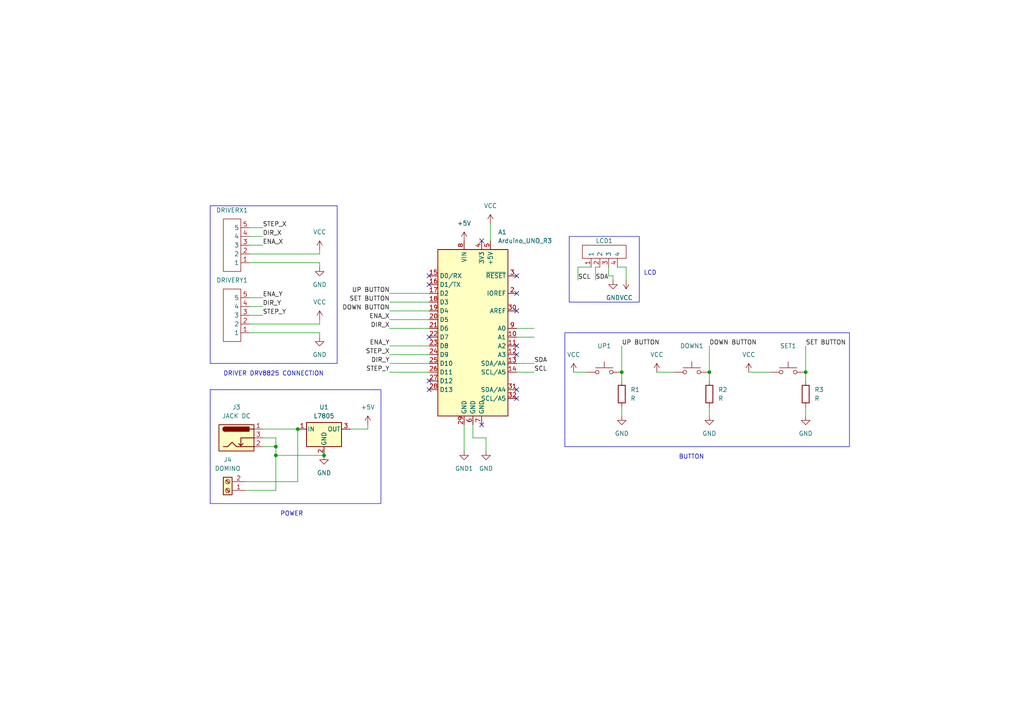
<source format=kicad_sch>
(kicad_sch (version 20230121) (generator eeschema)
  (paper "A4")
  (title_block (date "2023-12-10"))
  (lib_symbols
    (symbol "Connector:Barrel_Jack_Switch" (pin_names hide)
      (property "Reference" "J" (at 0 5.334 0))
      (property "Value" "Barrel_Jack_Switch" (at 0 -5.08 0))
      (symbol "Barrel_Jack_Switch_0_1"
        (rectangle (start -5.08 3.81) (end 5.08 -3.81) (stroke (width 0.254)) (fill (type background)))
        (arc (start -3.302 3.175) (mid -3.9343 2.54) (end -3.302 1.905) (stroke (width 0.254)))
        (arc (start -3.302 3.175) (mid -3.9343 2.54) (end -3.302 1.905) (stroke (width 0.254)) (fill (type outline)))
        (polyline (pts (xy 1.27 -2.286) (xy 1.905 -1.651)) (stroke (width 0.254)))
        (polyline (pts (xy 5.08 2.54) (xy 3.81 2.54)) (stroke (width 0.254)))
        (polyline (pts (xy 5.08 0) (xy 1.27 0) (xy 1.27 -2.286) (xy 0.635 -1.651)) (stroke (width 0.254)))
        (polyline (pts (xy -3.81 -2.54) (xy -2.54 -2.54) (xy -1.27 -1.27) (xy 0 -2.54) (xy 2.54 -2.54) (xy 5.08 -2.54)) (stroke (width 0.254)))
        (rectangle (start 3.683 3.175) (end -3.302 1.905) (stroke (width 0.254)) (fill (type outline)))
      )
      (symbol "Barrel_Jack_Switch_1_1"
        (pin passive line (at 7.62 2.54 180) (length 2.54) (name "~") (number "1"))
        (pin passive line (at 7.62 -2.54 180) (length 2.54) (name "~") (number "2"))
        (pin passive line (at 7.62 0 180) (length 2.54) (name "~") (number "3"))
      )
    )
    (symbol "Connector:Screw_Terminal_01x02" (pin_names (offset 1.016) hide)
      (property "Reference" "J" (at 0 2.54 0))
      (property "Value" "Screw_Terminal_01x02" (at 0 -5.08 0))
      (symbol "Screw_Terminal_01x02_1_1"
        (rectangle (start -1.27 1.27) (end 1.27 -3.81) (stroke (width 0.254)) (fill (type background)))
        (circle (center 0 -2.54) (radius 0.635) (stroke (width 0.1524)))
        (polyline (pts (xy -0.5334 -2.2098) (xy 0.3302 -3.048)) (stroke (width 0.1524)))
        (polyline (pts (xy -0.5334 0.3302) (xy 0.3302 -0.508)) (stroke (width 0.1524)))
        (polyline (pts (xy -0.3556 -2.032) (xy 0.508 -2.8702)) (stroke (width 0.1524)))
        (polyline (pts (xy -0.3556 0.508) (xy 0.508 -0.3302)) (stroke (width 0.1524)))
        (circle (center 0 0) (radius 0.635) (stroke (width 0.1524)))
        (pin passive line (at -5.08 0 0) (length 3.81) (name "Pin_1") (number "1"))
        (pin passive line (at -5.08 -2.54 0) (length 3.81) (name "Pin_2") (number "2"))
      )
    )
    (symbol "Device:R" (pin_numbers hide) (pin_names (offset 0))
      (property "Reference" "R" (at 2.032 0 90))
      (property "Value" "R" (at 0 0 90))
      (symbol "R_0_1"
        (rectangle (start -1.016 -2.54) (end 1.016 2.54) (stroke (width 0.254)))
      )
      (symbol "R_1_1"
        (pin passive line (at 0 3.81 270) (length 1.27) (name "~") (number "1"))
        (pin passive line (at 0 -3.81 90) (length 1.27) (name "~") (number "2"))
      )
    )
    (symbol "MCU_Module:Arduino_UNO_R3"
      (property "Reference" "A" (at -10.16 23.495 0))
      (property "Value" "Arduino_UNO_R3" (at 5.08 -26.67 0))
      (symbol "Arduino_UNO_R3_0_1"
        (rectangle (start -10.16 22.86) (end 10.16 -25.4) (stroke (width 0.254)) (fill (type background)))
      )
      (symbol "Arduino_UNO_R3_1_1"
        (pin no_connect line (at -10.16 -20.32 0) (length 2.54) hide (name "NC") (number "1"))
        (pin bidirectional line (at 12.7 -2.54 180) (length 2.54) (name "A1") (number "10"))
        (pin bidirectional line (at 12.7 -5.08 180) (length 2.54) (name "A2") (number "11"))
        (pin bidirectional line (at 12.7 -7.62 180) (length 2.54) (name "A3") (number "12"))
        (pin bidirectional line (at 12.7 -10.16 180) (length 2.54) (name "SDA/A4") (number "13"))
        (pin bidirectional line (at 12.7 -12.7 180) (length 2.54) (name "SCL/A5") (number "14"))
        (pin bidirectional line (at -12.7 15.24 0) (length 2.54) (name "D0/RX") (number "15"))
        (pin bidirectional line (at -12.7 12.7 0) (length 2.54) (name "D1/TX") (number "16"))
        (pin bidirectional line (at -12.7 10.16 0) (length 2.54) (name "D2") (number "17"))
        (pin bidirectional line (at -12.7 7.62 0) (length 2.54) (name "D3") (number "18"))
        (pin bidirectional line (at -12.7 5.08 0) (length 2.54) (name "D4") (number "19"))
        (pin output line (at 12.7 10.16 180) (length 2.54) (name "IOREF") (number "2"))
        (pin bidirectional line (at -12.7 2.54 0) (length 2.54) (name "D5") (number "20"))
        (pin bidirectional line (at -12.7 0 0) (length 2.54) (name "D6") (number "21"))
        (pin bidirectional line (at -12.7 -2.54 0) (length 2.54) (name "D7") (number "22"))
        (pin bidirectional line (at -12.7 -5.08 0) (length 2.54) (name "D8") (number "23"))
        (pin bidirectional line (at -12.7 -7.62 0) (length 2.54) (name "D9") (number "24"))
        (pin bidirectional line (at -12.7 -10.16 0) (length 2.54) (name "D10") (number "25"))
        (pin bidirectional line (at -12.7 -12.7 0) (length 2.54) (name "D11") (number "26"))
        (pin bidirectional line (at -12.7 -15.24 0) (length 2.54) (name "D12") (number "27"))
        (pin bidirectional line (at -12.7 -17.78 0) (length 2.54) (name "D13") (number "28"))
        (pin power_in line (at -2.54 -27.94 90) (length 2.54) (name "GND") (number "29"))
        (pin input line (at 12.7 15.24 180) (length 2.54) (name "~{RESET}") (number "3"))
        (pin input line (at 12.7 5.08 180) (length 2.54) (name "AREF") (number "30"))
        (pin bidirectional line (at 12.7 -17.78 180) (length 2.54) (name "SDA/A4") (number "31"))
        (pin bidirectional line (at 12.7 -20.32 180) (length 2.54) (name "SCL/A5") (number "32"))
        (pin power_out line (at 2.54 25.4 270) (length 2.54) (name "3V3") (number "4"))
        (pin power_out line (at 5.08 25.4 270) (length 2.54) (name "+5V") (number "5"))
        (pin power_in line (at 0 -27.94 90) (length 2.54) (name "GND") (number "6"))
        (pin power_in line (at 2.54 -27.94 90) (length 2.54) (name "GND") (number "7"))
        (pin power_in line (at -2.54 25.4 270) (length 2.54) (name "VIN") (number "8"))
        (pin bidirectional line (at 12.7 0 180) (length 2.54) (name "A0") (number "9"))
      )
    )
    (symbol "Mechanical:MountingHole" (pin_names (offset 1.016))
      (property "Reference" "H" (at 0 5.08 0))
      (property "Value" "MountingHole" (at 0 3.175 0))
      (symbol "MountingHole_0_1"
        (circle (center 0 0) (radius 1.27) (stroke (width 1.27)))
      )
    )
    (symbol "Regulator_Linear:L7805" (pin_names (offset 0.254))
      (property "Reference" "U" (at -3.81 3.175 0))
      (property "Value" "L7805" (at 0 3.175 0))
      (symbol "L7805_0_1"
        (rectangle (start -5.08 1.905) (end 5.08 -5.08) (stroke (width 0.254)) (fill (type background)))
      )
      (symbol "L7805_1_1"
        (pin power_in line (at -7.62 0 0) (length 2.54) (name "IN") (number "1"))
        (pin power_in line (at 0 -7.62 90) (length 2.54) (name "GND") (number "2"))
        (pin power_out line (at 7.62 0 180) (length 2.54) (name "OUT") (number "3"))
      )
    )
    (symbol "Switch:SW_Push" (pin_numbers hide) (pin_names (offset 1.016) hide)
      (property "Reference" "SW" (at 1.27 2.54 0))
      (property "Value" "SW_Push" (at 0 -1.524 0))
      (symbol "SW_Push_0_1"
        (circle (center -2.032 0) (radius 0.508))
        (polyline (pts (xy 0 1.27) (xy 0 3.048)))
        (polyline (pts (xy 2.54 1.27) (xy -2.54 1.27)))
        (circle (center 2.032 0) (radius 0.508))
        (pin passive line (at -5.08 0 0) (length 2.54) (name "1") (number "1"))
        (pin passive line (at 5.08 0 180) (length 2.54) (name "2") (number "2"))
      )
    )
    (symbol "hang_rao:Rao_1x4"
      (property "Reference" "J" (at 5.08 1.27 0))
      (symbol "Rao_1x4_0_1"
        (rectangle (start 0 7.62) (end 3.81 -5.08))
      )
      (symbol "Rao_1x4_1_1"
        (pin input line (at -2.54 5.08 0) (length 2.54) (name "1") (number "1"))
        (pin input line (at -2.54 2.54 0) (length 2.54) (name "2") (number "2"))
        (pin input line (at -2.54 0 0) (length 2.54) (name "3") (number "3"))
        (pin input line (at -2.54 -2.54 0) (length 2.54) (name "4") (number "4"))
      )
    )
    (symbol "hang_rao:Rao_1x5"
      (property "Reference" "J" (at 7.62 -2.54 0))
      (symbol "Rao_1x5_0_1"
        (rectangle (start 0 5.08) (end 5.08 -10.16))
      )
      (symbol "Rao_1x5_1_1"
        (pin input line (at -2.54 2.54 0) (length 2.54) (name "1") (number "1"))
        (pin input line (at -2.54 0 0) (length 2.54) (name "2") (number "2"))
        (pin input line (at -2.54 -2.54 0) (length 2.54) (name "3") (number "3"))
        (pin input line (at -2.54 -5.08 0) (length 2.54) (name "4") (number "4"))
        (pin input line (at -2.54 -7.62 0) (length 2.54) (name "5") (number "5"))
      )
    )
    (symbol "power:+5V" (power) (pin_names (offset 0))
      (property "Value" "+5V" (at 0 3.556 0))
      (symbol "+5V_0_1"
        (polyline (pts (xy -0.762 1.27) (xy 0 2.54)))
        (polyline (pts (xy 0 0) (xy 0 2.54)))
        (polyline (pts (xy 0 2.54) (xy 0.762 1.27)))
      )
      (symbol "+5V_1_1"
        (pin power_in line (at 0 0 90) (length 0) hide (name "+5V") (number "1"))
      )
    )
    (symbol "power:GND" (power) (pin_names (offset 0))
      (property "Value" "GND" (at 0 -3.81 0))
      (symbol "GND_0_1"
        (polyline (pts (xy 0 0) (xy 0 -1.27) (xy 1.27 -1.27) (xy 0 -2.54) (xy -1.27 -1.27) (xy 0 -1.27)))
      )
      (symbol "GND_1_1"
        (pin power_in line (at 0 0 270) (length 0) hide (name "GND") (number "1"))
      )
    )
    (symbol "power:GND1" (power) (pin_names (offset 0))
      (property "Value" "GND1" (at 0 -3.81 0))
      (symbol "GND1_0_1"
        (polyline (pts (xy 0 0) (xy 0 -1.27) (xy 1.27 -1.27) (xy 0 -2.54) (xy -1.27 -1.27) (xy 0 -1.27)))
      )
      (symbol "GND1_1_1"
        (pin power_in line (at 0 0 270) (length 0) hide (name "GND1") (number "1"))
      )
    )
    (symbol "power:VCC" (power) (pin_names (offset 0))
      (property "Value" "VCC" (at 0 3.81 0))
      (symbol "VCC_0_1"
        (polyline (pts (xy -0.762 1.27) (xy 0 2.54)))
        (polyline (pts (xy 0 0) (xy 0 2.54)))
        (polyline (pts (xy 0 2.54) (xy 0.762 1.27)))
      )
      (symbol "VCC_1_1"
        (pin power_in line (at 0 0 90) (length 0) hide (name "VCC") (number "1"))
      )
    )
  )
  (junction (at 233.68 107.95))
  (junction (at 80.01 132.08))
  (junction (at 93.98 132.08))
  (junction (at 80.01 129.54))
  (junction (at 86.36 124.46))
  (junction (at 205.74 107.95))
  (junction (at 180.34 107.95))
  (no_connect (at 124.46 97.79))
  (no_connect (at 149.86 90.17))
  (no_connect (at 149.86 85.09))
  (no_connect (at 124.46 113.03))
  (no_connect (at 139.7 123.19))
  (no_connect (at 149.86 102.87))
  (no_connect (at 149.86 100.33))
  (no_connect (at 139.7 69.85))
  (no_connect (at 149.86 115.57))
  (no_connect (at 124.46 110.49))
  (no_connect (at 124.46 82.55))
  (no_connect (at 149.86 113.03))
  (no_connect (at 124.46 80.01))
  (no_connect (at 149.86 80.01))
  (wire (pts (xy 205.74 110.49) (xy 205.74 107.95)))
  (wire (pts (xy 140.97 127) (xy 137.16 127)))
  (wire (pts (xy 72.39 88.9) (xy 76.2 88.9)))
  (wire (pts (xy 113.03 85.09) (xy 124.46 85.09)))
  (wire (pts (xy 76.2 124.46) (xy 86.36 124.46)))
  (wire (pts (xy 217.17 107.95) (xy 223.52 107.95)))
  (wire (pts (xy 134.62 123.19) (xy 134.62 130.81)))
  (wire (pts (xy 93.98 132.08) (xy 80.01 132.08)))
  (wire (pts (xy 149.86 107.95) (xy 154.94 107.95)))
  (wire (pts (xy 113.03 100.33) (xy 124.46 100.33)))
  (wire (pts (xy 113.03 90.17) (xy 124.46 90.17)))
  (wire (pts (xy 92.71 77.47) (xy 92.71 76.2)))
  (wire (pts (xy 113.03 107.95) (xy 124.46 107.95)))
  (wire (pts (xy 137.16 127) (xy 137.16 123.19)))
  (wire (pts (xy 140.97 130.81) (xy 140.97 127)))
  (wire (pts (xy 71.12 142.24) (xy 80.01 142.24)))
  (wire (pts (xy 180.34 100.33) (xy 180.34 107.95)))
  (wire (pts (xy 86.36 139.7) (xy 86.36 124.46)))
  (wire (pts (xy 92.71 72.39) (xy 92.71 73.66)))
  (wire (pts (xy 106.68 124.46) (xy 101.6 124.46)))
  (wire (pts (xy 92.71 97.79) (xy 92.71 96.52)))
  (wire (pts (xy 171.45 77.47) (xy 167.64 77.47)))
  (wire (pts (xy 233.68 100.33) (xy 233.68 107.95)))
  (wire (pts (xy 71.12 139.7) (xy 86.36 139.7)))
  (wire (pts (xy 92.71 92.71) (xy 92.71 93.98)))
  (wire (pts (xy 72.39 71.12) (xy 76.2 71.12)))
  (wire (pts (xy 113.03 105.41) (xy 124.46 105.41)))
  (wire (pts (xy 106.68 123.19) (xy 106.68 124.46)))
  (wire (pts (xy 176.53 80.01) (xy 176.53 77.47)))
  (wire (pts (xy 205.74 100.33) (xy 205.74 107.95)))
  (wire (pts (xy 149.86 95.25) (xy 154.94 95.25)))
  (wire (pts (xy 179.07 77.47) (xy 181.61 77.47)))
  (wire (pts (xy 72.39 66.04) (xy 76.2 66.04)))
  (wire (pts (xy 181.61 77.47) (xy 181.61 81.28)))
  (wire (pts (xy 177.8 80.01) (xy 176.53 80.01)))
  (wire (pts (xy 80.01 132.08) (xy 80.01 129.54)))
  (wire (pts (xy 76.2 129.54) (xy 80.01 129.54)))
  (wire (pts (xy 233.68 120.65) (xy 233.68 118.11)))
  (wire (pts (xy 149.86 105.41) (xy 154.94 105.41)))
  (wire (pts (xy 173.99 77.47) (xy 172.72 77.47)))
  (wire (pts (xy 72.39 68.58) (xy 76.2 68.58)))
  (wire (pts (xy 190.5 107.95) (xy 195.58 107.95)))
  (wire (pts (xy 142.24 64.77) (xy 142.24 69.85)))
  (wire (pts (xy 72.39 96.52) (xy 92.71 96.52)))
  (wire (pts (xy 205.74 120.65) (xy 205.74 118.11)))
  (wire (pts (xy 72.39 76.2) (xy 92.71 76.2)))
  (wire (pts (xy 166.37 107.95) (xy 170.18 107.95)))
  (wire (pts (xy 180.34 110.49) (xy 180.34 107.95)))
  (wire (pts (xy 167.64 77.47) (xy 167.64 81.28)))
  (wire (pts (xy 113.03 92.71) (xy 124.46 92.71)))
  (wire (pts (xy 149.86 97.79) (xy 154.94 97.79)))
  (wire (pts (xy 72.39 91.44) (xy 76.2 91.44)))
  (wire (pts (xy 233.68 110.49) (xy 233.68 107.95)))
  (wire (pts (xy 113.03 102.87) (xy 124.46 102.87)))
  (wire (pts (xy 80.01 142.24) (xy 80.01 132.08)))
  (wire (pts (xy 180.34 120.65) (xy 180.34 118.11)))
  (wire (pts (xy 172.72 77.47) (xy 172.72 81.28)))
  (wire (pts (xy 72.39 93.98) (xy 92.71 93.98)))
  (wire (pts (xy 80.01 127) (xy 80.01 129.54)))
  (wire (pts (xy 177.8 80.01) (xy 177.8 81.28)))
  (wire (pts (xy 72.39 86.36) (xy 76.2 86.36)))
  (wire (pts (xy 72.39 73.66) (xy 92.71 73.66)))
  (wire (pts (xy 113.03 95.25) (xy 124.46 95.25)))
  (wire (pts (xy 113.03 87.63) (xy 124.46 87.63)))
  (wire (pts (xy 76.2 127) (xy 80.01 127)))
  (rectangle (start 165.1 68.58) (end 185.42 87.63))
  (rectangle (start 60.96 113.03) (end 110.49 146.05))
  (rectangle (start 60.96 59.69) (end 97.79 105.41))
  (rectangle (start 163.83 96.52) (end 246.38 129.54))
  (text "POWER" (at 81.28 149.86 0) (effects (font (size 1.27 1.27)) (justify left bottom)))
  (text "DRIVER DRV8825 CONNECTION" (at 64.77 109.22 0) (effects (font (size 1.27 1.27)) (justify left bottom)))
  (text "LCD" (at 186.69 80.01 0) (effects (font (size 1.27 1.27)) (justify left bottom)))
  (text "BUTTON" (at 196.85 133.35 0) (effects (font (size 1.27 1.27)) (justify left bottom)))
  (label "ENA_X" (at 76.2 71.12 0))
  (label "DOWN BUTTON" (at 113.03 90.17 180))
  (label "ENA_X" (at 113.03 92.71 180))
  (label "UP BUTTON" (at 180.34 100.33 0))
  (label "STEP_Y" (at 76.2 91.44 0))
  (label "STEP_Y" (at 113.03 107.95 180))
  (label "DIR_X" (at 113.03 95.25 180))
  (label "DOWN BUTTON" (at 205.74 100.33 0))
  (label "DIR_X" (at 76.2 68.58 0))
  (label "DIR_Y" (at 76.2 88.9 0))
  (label "DIR_Y" (at 113.03 105.41 180))
  (label "SDA" (at 154.94 105.41 0))
  (label "STEP_X" (at 113.03 102.87 180))
  (label "SDA" (at 172.72 81.28 0))
  (label "ENA_Y" (at 76.2 86.36 0))
  (label "SET BUTTON" (at 113.03 87.63 180))
  (label "STEP_X" (at 76.2 66.04 0))
  (label "SCL" (at 154.94 107.95 0))
  (label "SET BUTTON" (at 233.68 100.33 0))
  (label "ENA_Y" (at 113.03 100.33 180))
  (label "UP BUTTON" (at 113.03 85.09 180))
  (label "SCL" (at 167.64 81.28 0))
  (symbol (lib_id "power:VCC") (at 217.17 107.95 0) (unit 1)
    (property "Reference" "#PWR010" (effects hide))
    (property "Value" "VCC" (at 217.17 102.87 0))
  )
  (symbol (lib_id "power:GND") (at 93.98 132.08 0) (unit 1)
    (property "Reference" "#PWR022" (effects hide))
    (property "Value" "GND" (at 93.98 137.16 0))
  )
  (symbol (lib_id "Regulator_Linear:L7805") (at 93.98 124.46 0) (unit 1)
    (property "Reference" "U1" (at 93.98 118.11 0))
    (property "Value" "L7805" (at 93.98 120.65 0))
    (property "Footprint" "Package_TO_SOT_THT:TO-220F-3_Vertical" (effects hide))
    (property "Datasheet" "http://www.st.com/content/ccc/resource/technical/document/datasheet/41/4f/b3/b0/12/d4/47/88/CD00000444.pdf/files/CD00000444.pdf/jcr:content/translations/en.CD00000444.pdf" (effects hide))
  )
  (symbol (lib_id "Connector:Screw_Terminal_01x02") (at 66.04 142.24 180) (unit 1)
    (property "Reference" "J4" (at 66.04 133.35 0))
    (property "Value" "DOMINO" (at 66.04 135.89 0))
    (property "Footprint" "TerminalBlock_Altech:Altech_AK300_1x02_P5.00mm_45-Degree" (effects hide))
  )
  (symbol (lib_id "power:VCC") (at 92.71 72.39 0) (unit 1)
    (property "Reference" "#PWR013" (effects hide))
    (property "Value" "VCC" (at 92.71 67.31 0))
  )
  (symbol (lib_id "power:GND") (at 140.97 130.81 0) (unit 1)
    (property "Reference" "#PWR019" (effects hide))
    (property "Value" "GND" (at 140.97 135.89 0))
  )
  (symbol (lib_id "hang_rao:Rao_1x4") (at 176.53 74.93 90) (unit 1)
    (property "Reference" "LCD1" (at 175.26 69.85 90))
    (property "Value" "Rao cai 1x4 2.54mm" (effects hide))
    (property "Footprint" "hang_rao:Rao_1x4" (effects hide))
  )
  (symbol (lib_id "hang_rao:Rao_1x5") (at 69.85 93.98 180) (unit 1)
    (property "Reference" "DRIVERY1" (at 67.31 81.28 0))
    (property "Value" "Dau XH 1x5 2.54mm" (effects hide))
    (property "Footprint" "hang_rao:Rao_1x5" (effects hide))
  )
  (symbol (lib_id "Switch:SW_Push") (at 200.66 107.95 0) (unit 1)
    (property "Reference" "DOWN1" (at 200.66 100.33 0))
    (property "Value" "Nut nhan 12x12" (effects hide))
    (property "Footprint" "Button_Switch_THT:SW_PUSH-12mm_Wuerth-430476085716" (effects hide))
  )
  (symbol (lib_id "power:GND") (at 92.71 97.79 0) (unit 1)
    (property "Reference" "#PWR011" (effects hide))
    (property "Value" "GND" (at 92.71 102.87 0))
  )
  (symbol (lib_id "Mechanical:MountingHole") (at -21.59 140.97 0) (unit 1) (in_bom no) (on_board no)
    (property "Reference" "H2" (at -19.05 139.7 0) (effects (justify left)))
    (property "Value" "MountingHole" (at -19.05 142.24 0) (effects (justify left)))
    (property "Footprint" "MountingHole:MountingHole_3mm_Pad_Via" (effects hide))
  )
  (symbol (lib_id "hang_rao:Rao_1x5") (at 69.85 73.66 180) (unit 1)
    (property "Reference" "DRIVERX1" (at 67.31 60.96 0))
    (property "Value" "Dau XH 1x5 2.54" (effects hide))
    (property "Footprint" "hang_rao:Rao_1x5" (effects hide))
  )
  (symbol (lib_id "power:+5V") (at 134.62 69.85 0) (unit 1)
    (property "Reference" "#PWR020" (effects hide))
    (property "Value" "+5V" (at 134.62 64.77 0))
  )
  (symbol (lib_id "power:VCC") (at 181.61 81.28 180) (unit 1)
    (property "Reference" "#PWR01" (effects hide))
    (property "Value" "VCC" (at 181.61 86.36 0))
  )
  (symbol (lib_id "Connector:Barrel_Jack_Switch") (at 68.58 127 0) (unit 1)
    (property "Reference" "J3" (at 68.58 118.11 0))
    (property "Value" "JACK DC" (at 68.58 120.65 0))
    (property "Footprint" "Connector_BarrelJack:BarrelJack_Horizontal" (effects hide))
  )
  (symbol (lib_id "power:GND") (at 177.8 81.28 0) (unit 1)
    (property "Reference" "#PWR02" (effects hide))
    (property "Value" "GND" (at 177.8 86.36 0))
  )
  (symbol (lib_id "MCU_Module:Arduino_UNO_R3") (at 137.16 95.25 0) (unit 1) (in_bom no)
    (property "Reference" "A1" (at 144.4341 67.31 0) (effects (justify left)))
    (property "Value" "Arduino_UNO_R3" (at 144.4341 69.85 0) (effects (justify left)))
    (property "Footprint" "Module:Arduino_UNO_R3" (effects hide))
    (property "Datasheet" "https://www.arduino.cc/en/Main/arduinoBoardUno" (effects hide))
  )
  (symbol (lib_id "power:VCC") (at 92.71 92.71 0) (unit 1)
    (property "Reference" "#PWR012" (effects hide))
    (property "Value" "VCC" (at 92.71 87.63 0))
  )
  (symbol (lib_id "Device:R") (at 180.34 114.3 0) (unit 1)
    (property "Reference" "R1" (at 182.88 113.03 0) (effects (justify left)))
    (property "Value" "R" (at 182.88 115.57 0) (effects (justify left)))
    (property "Footprint" "Resistor_THT:R_Box_L8.4mm_W2.5mm_P5.08mm" (effects hide))
  )
  (symbol (lib_id "power:VCC") (at 190.5 107.95 0) (unit 1)
    (property "Reference" "#PWR09" (effects hide))
    (property "Value" "VCC" (at 190.5 102.87 0))
  )
  (symbol (lib_id "Switch:SW_Push") (at 228.6 107.95 0) (unit 1)
    (property "Reference" "SET1" (at 228.6 100.33 0))
    (property "Value" "Nut nhan 12x12" (effects hide))
    (property "Footprint" "Button_Switch_THT:SW_PUSH-12mm_Wuerth-430476085716" (effects hide))
  )
  (symbol (lib_id "Switch:SW_Push") (at 175.26 107.95 0) (unit 1)
    (property "Reference" "UP1" (at 175.26 100.33 0))
    (property "Value" "Nut nhan 12x12" (effects hide))
    (property "Footprint" "Button_Switch_THT:SW_PUSH-12mm_Wuerth-430476085716" (effects hide))
  )
  (symbol (lib_id "power:+5V") (at 106.68 123.19 0) (unit 1)
    (property "Reference" "#PWR021" (effects hide))
    (property "Value" "+5V" (at 106.68 118.11 0))
  )
  (symbol (lib_id "power:VCC") (at 166.37 107.95 0) (unit 1)
    (property "Reference" "#PWR08" (effects hide))
    (property "Value" "VCC" (at 166.37 102.87 0))
  )
  (symbol (lib_id "power:GND1") (at 134.62 130.81 0) (unit 1)
    (property "Reference" "#PWR03" (effects hide))
    (property "Value" "GND1" (at 134.62 135.89 0))
  )
  (symbol (lib_id "power:VCC") (at 142.24 64.77 0) (unit 1)
    (property "Reference" "#PWR04" (effects hide))
    (property "Value" "VCC" (at 142.24 59.69 0))
  )
  (symbol (lib_id "power:GND") (at 205.74 120.65 0) (mirror y) (unit 1)
    (property "Reference" "#PWR06" (effects hide))
    (property "Value" "GND" (at 205.74 125.73 0))
  )
  (symbol (lib_id "Device:R") (at 205.74 114.3 0) (unit 1)
    (property "Reference" "R2" (at 208.28 113.03 0) (effects (justify left)))
    (property "Value" "R" (at 208.28 115.57 0) (effects (justify left)))
    (property "Footprint" "Resistor_THT:R_Box_L8.4mm_W2.5mm_P5.08mm" (effects hide))
  )
  (symbol (lib_id "Mechanical:MountingHole") (at -21.59 152.4 0) (unit 1) (in_bom no) (on_board no)
    (property "Reference" "H4" (at -19.05 151.13 0) (effects (justify left)))
    (property "Value" "MountingHole" (at -19.05 153.67 0) (effects (justify left)))
    (property "Footprint" "MountingHole:MountingHole_3mm_Pad_Via" (effects hide))
  )
  (symbol (lib_id "power:GND") (at 180.34 120.65 0) (unit 1)
    (property "Reference" "#PWR07" (effects hide))
    (property "Value" "GND" (at 180.34 125.73 0))
  )
  (symbol (lib_id "power:GND") (at 233.68 120.65 0) (unit 1)
    (property "Reference" "#PWR05" (effects hide))
    (property "Value" "GND" (at 233.68 125.73 0))
  )
  (symbol (lib_id "Mechanical:MountingHole") (at -43.18 152.4 0) (unit 1) (in_bom no) (on_board no)
    (property "Reference" "H3" (at -40.64 151.13 0) (effects (justify left)))
    (property "Value" "MountingHole" (at -40.64 153.67 0) (effects (justify left)))
    (property "Footprint" "MountingHole:MountingHole_3mm_Pad_Via" (effects hide))
  )
  (symbol (lib_id "Mechanical:MountingHole") (at -43.18 140.97 0) (unit 1) (in_bom no) (on_board no)
    (property "Reference" "H1" (at -40.64 139.7 0) (effects (justify left)))
    (property "Value" "MountingHole" (at -40.64 142.24 0) (effects (justify left)))
    (property "Footprint" "MountingHole:MountingHole_3mm_Pad_Via" (effects hide))
  )
  (symbol (lib_id "Device:R") (at 233.68 114.3 0) (unit 1)
    (property "Reference" "R3" (at 236.22 113.03 0) (effects (justify left)))
    (property "Value" "R" (at 236.22 115.57 0) (effects (justify left)))
    (property "Footprint" "Resistor_THT:R_Box_L8.4mm_W2.5mm_P5.08mm" (effects hide))
  )
  (symbol (lib_id "power:GND") (at 92.71 77.47 0) (unit 1)
    (property "Reference" "#PWR014" (effects hide))
    (property "Value" "GND" (at 92.71 82.55 0))
  )
)
</source>
